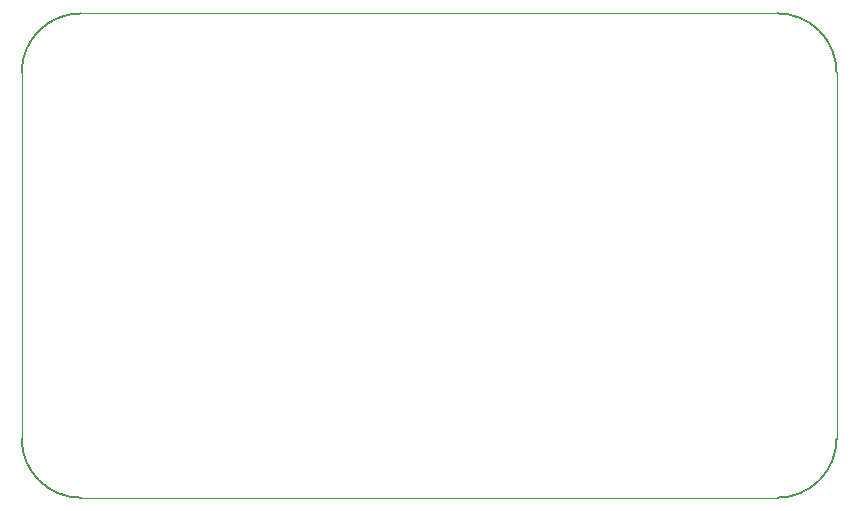
<source format=gm1>
G04 #@! TF.GenerationSoftware,KiCad,Pcbnew,9.0.0*
G04 #@! TF.CreationDate,2025-05-13T10:04:43+08:00*
G04 #@! TF.ProjectId,STEAM 2025 V4,53544541-4d20-4323-9032-352056342e6b,rev?*
G04 #@! TF.SameCoordinates,Original*
G04 #@! TF.FileFunction,Profile,NP*
%FSLAX46Y46*%
G04 Gerber Fmt 4.6, Leading zero omitted, Abs format (unit mm)*
G04 Created by KiCad (PCBNEW 9.0.0) date 2025-05-13 10:04:43*
%MOMM*%
%LPD*%
G01*
G04 APERTURE LIST*
G04 #@! TA.AperFunction,Profile*
%ADD10C,0.050000*%
G04 #@! TD*
G04 #@! TA.AperFunction,Profile*
%ADD11C,0.200000*%
G04 #@! TD*
G04 APERTURE END LIST*
D10*
X92000000Y-134000000D02*
X92000000Y-165000000D01*
D11*
X97000000Y-170000000D02*
G75*
G02*
X92000000Y-165000000I0J5000000D01*
G01*
D10*
X97000000Y-170000000D02*
X156000000Y-170000000D01*
D11*
X161000000Y-165000000D02*
G75*
G02*
X156000000Y-170000000I-5000000J0D01*
G01*
D10*
X161000000Y-134000000D02*
X161000000Y-165000000D01*
D11*
X156000000Y-129000000D02*
G75*
G02*
X161000000Y-134000000I0J-5000000D01*
G01*
D10*
X97000000Y-129000000D02*
X156000000Y-129000000D01*
D11*
X92000000Y-134000000D02*
G75*
G02*
X97000000Y-129000000I5000000J0D01*
G01*
M02*

</source>
